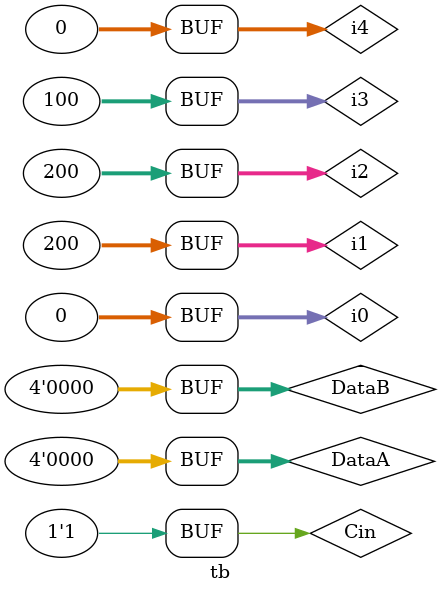
<source format=v>
`timescale 1 ns / 1 ps
module tb;
    reg [3:0] DataA = 4'b0;
    reg [3:0] DataB = 4'b0;
    reg Cin = 0;
    wire [3:0] Result;
    wire Cout;

    integer i0 = 0, i1 = 0, i2 = 0, i3 = 0, i4 = 0;

    GSR GSR_INST (.GSR(1'b1));
    PUR PUR_INST (.PUR(1'b1));

    adder4 u1 (.DataA(DataA), .DataB(DataB), .Cin(Cin), .Result(Result), 
        .Cout(Cout)
    );

    initial
    begin
       DataA <= 0;
      for (i1 = 0; i1 < 200; i1 = i1 + 1) begin
        #10;
         DataA <= DataA + 1'b1;
      end
    end
    initial
    begin
       DataB <= 0;
      for (i2 = 0; i2 < 200; i2 = i2 + 1) begin
        #10;
         DataB <= DataB + 1'b1;
      end
    end
    initial
    begin
       Cin <= 1'b0;
      for (i3 = 0; i3 < 100; i3 = i3 + 1) begin
        #10;
      end
       Cin <= 1'b1;
    end
endmodule
</source>
